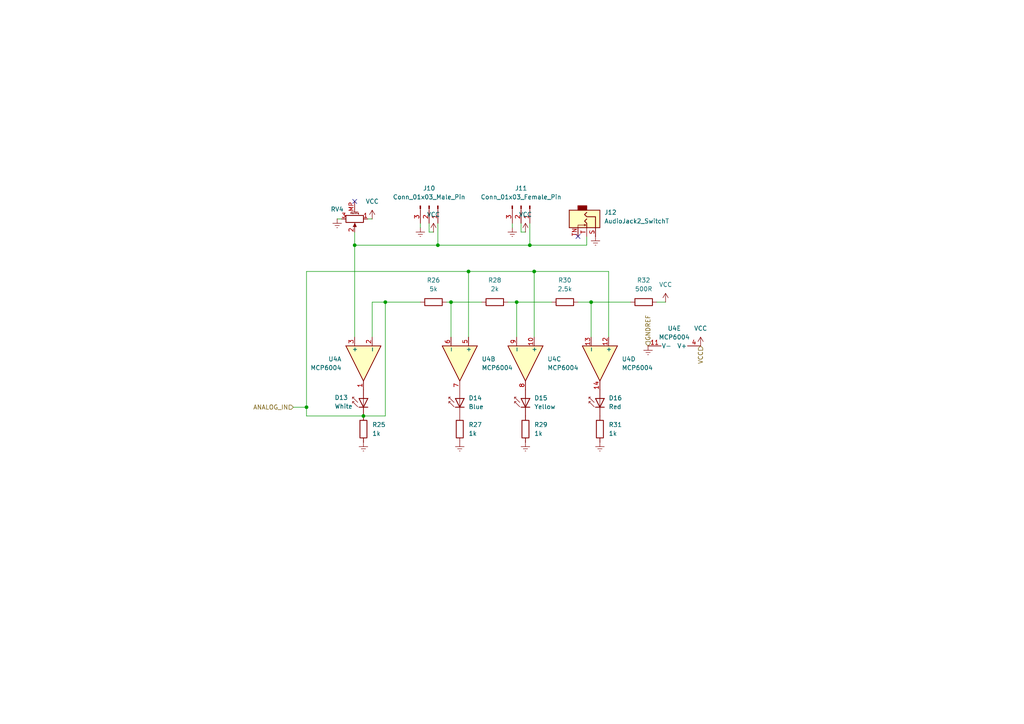
<source format=kicad_sch>
(kicad_sch (version 20231120) (generator "eeschema") (generator_version "8.0")
  (paper "A4")
  (lib_symbols
    (symbol "Amplifier_Operational:MCP6004" (pin_names (offset 0.127))
      (property "Reference" "U" (at 0 5.08 0))
      (property "Value" "MCP6004" (at 0 -5.08 0))
      (symbol "MCP6004_1_1"
        (polyline (pts (xy -5.08 5.08) (xy 5.08 0) (xy -5.08 -5.08) (xy -5.08 5.08)) (stroke (width 0.254)) (fill (type background)))
        (pin output line (at 7.62 0 180) (length 2.54) (name "~") (number "1"))
        (pin input line (at -7.62 -2.54 0) (length 2.54) (name "-") (number "2"))
        (pin input line (at -7.62 2.54 0) (length 2.54) (name "+") (number "3"))
      )
      (symbol "MCP6004_2_1"
        (polyline (pts (xy -5.08 5.08) (xy 5.08 0) (xy -5.08 -5.08) (xy -5.08 5.08)) (stroke (width 0.254)) (fill (type background)))
        (pin input line (at -7.62 2.54 0) (length 2.54) (name "+") (number "5"))
        (pin input line (at -7.62 -2.54 0) (length 2.54) (name "-") (number "6"))
        (pin output line (at 7.62 0 180) (length 2.54) (name "~") (number "7"))
      )
      (symbol "MCP6004_3_1"
        (polyline (pts (xy -5.08 5.08) (xy 5.08 0) (xy -5.08 -5.08) (xy -5.08 5.08)) (stroke (width 0.254)) (fill (type background)))
        (pin input line (at -7.62 2.54 0) (length 2.54) (name "+") (number "10"))
        (pin output line (at 7.62 0 180) (length 2.54) (name "~") (number "8"))
        (pin input line (at -7.62 -2.54 0) (length 2.54) (name "-") (number "9"))
      )
      (symbol "MCP6004_4_1"
        (polyline (pts (xy -5.08 5.08) (xy 5.08 0) (xy -5.08 -5.08) (xy -5.08 5.08)) (stroke (width 0.254)) (fill (type background)))
        (pin input line (at -7.62 2.54 0) (length 2.54) (name "+") (number "12"))
        (pin input line (at -7.62 -2.54 0) (length 2.54) (name "-") (number "13"))
        (pin output line (at 7.62 0 180) (length 2.54) (name "~") (number "14"))
      )
      (symbol "MCP6004_5_1"
        (pin power_in line (at -2.54 -7.62 90) (length 3.81) (name "V-") (number "11"))
        (pin power_in line (at -2.54 7.62 270) (length 3.81) (name "V+") (number "4"))
      )
    )
    (symbol "Connector:Conn_01x03_Pin" (pin_names (offset 1.016) hide)
      (property "Reference" "J" (at 0 5.08 0))
      (property "Value" "Conn_01x03_Pin" (at 0 -5.08 0))
      (symbol "Conn_01x03_Pin_1_1"
        (polyline (pts (xy 1.27 -2.54) (xy 0.8636 -2.54)) (stroke (width 0.1524)))
        (polyline (pts (xy 1.27 0) (xy 0.8636 0)) (stroke (width 0.1524)))
        (polyline (pts (xy 1.27 2.54) (xy 0.8636 2.54)) (stroke (width 0.1524)))
        (rectangle (start 0.8636 -2.413) (end 0 -2.667) (stroke (width 0.1524)) (fill (type outline)))
        (rectangle (start 0.8636 0.127) (end 0 -0.127) (stroke (width 0.1524)) (fill (type outline)))
        (rectangle (start 0.8636 2.667) (end 0 2.413) (stroke (width 0.1524)) (fill (type outline)))
        (pin passive line (at 5.08 2.54 180) (length 3.81) (name "Pin_1") (number "1"))
        (pin passive line (at 5.08 0 180) (length 3.81) (name "Pin_2") (number "2"))
        (pin passive line (at 5.08 -2.54 180) (length 3.81) (name "Pin_3") (number "3"))
      )
    )
    (symbol "Connector_Audio:AudioJack2_SwitchT"
      (property "Reference" "J" (at 0 8.89 0))
      (property "Value" "AudioJack2_SwitchT" (at 0 6.35 0))
      (symbol "AudioJack2_SwitchT_0_1"
        (rectangle (start -2.54 0) (end -3.81 -2.54) (stroke (width 0.254)) (fill (type outline)))
        (polyline (pts (xy 1.778 -0.254) (xy 2.032 -0.762)))
        (polyline (pts (xy 0 0) (xy 0.635 -0.635) (xy 1.27 0) (xy 2.54 0)) (stroke (width 0.254)))
        (polyline (pts (xy 2.54 -2.54) (xy 1.778 -2.54) (xy 1.778 -0.254) (xy 1.524 -0.762)))
        (polyline (pts (xy 2.54 2.54) (xy -0.635 2.54) (xy -0.635 0) (xy -1.27 -0.635) (xy -1.905 0)) (stroke (width 0.254)))
        (rectangle (start 2.54 3.81) (end -2.54 -5.08) (stroke (width 0.254)) (fill (type background)))
      )
      (symbol "AudioJack2_SwitchT_1_1"
        (pin passive line (at 5.08 2.54 180) (length 2.54) (name "~") (number "S"))
        (pin passive line (at 5.08 0 180) (length 2.54) (name "~") (number "T"))
        (pin passive line (at 5.08 -2.54 180) (length 2.54) (name "~") (number "TN"))
      )
    )
    (symbol "Device:R" (pin_numbers hide) (pin_names (offset 0))
      (property "Reference" "R" (at 2.032 0 90))
      (property "Value" "R" (at 0 0 90))
      (symbol "R_0_1"
        (rectangle (start -1.016 -2.54) (end 1.016 2.54) (stroke (width 0.254)))
      )
      (symbol "R_1_1"
        (pin passive line (at 0 3.81 270) (length 1.27) (name "~") (number "1"))
        (pin passive line (at 0 -3.81 90) (length 1.27) (name "~") (number "2"))
      )
    )
    (symbol "Device:R_Potentiometer_MountingPin" (pin_names (offset 1.016) hide)
      (property "Reference" "RV" (at -8.255 0 90))
      (property "Value" "R_Potentiometer_MountingPin" (at -6.35 0 90))
      (symbol "R_Potentiometer_MountingPin_0_1"
        (polyline (pts (xy 2.54 0) (xy 1.524 0)))
        (polyline (pts (xy 1.143 0) (xy 2.286 0.508) (xy 2.286 -0.508)) (fill (type outline)))
        (rectangle (start 1.016 2.54) (end -1.016 -2.54) (stroke (width 0.254)))
      )
      (symbol "R_Potentiometer_MountingPin_1_1"
        (polyline (pts (xy -2.032 1.016) (xy -2.032 -1.016)) (stroke (width 0.1524)))
        (text "Mounting" (at -1.651 0 900) (effects (font (size 0.381 0.381))))
        (pin passive line (at 0 3.81 270) (length 1.27) (name "1") (number "1"))
        (pin passive line (at 3.81 0 180) (length 1.27) (name "2") (number "2"))
        (pin passive line (at 0 -3.81 90) (length 1.27) (name "3") (number "3"))
        (pin passive line (at -5.08 0 0) (length 3.048) (name "MountPin") (number "MP"))
      )
    )
    (symbol "LED:IRL81A" (pin_numbers hide) (pin_names (offset 1.016) hide)
      (property "Reference" "D" (at 0.508 1.778 0))
      (property "Value" "IRL81A" (at -1.016 -2.794 0))
      (symbol "IRL81A_0_1"
        (polyline (pts (xy -2.54 0) (xy 0 0)))
        (polyline (pts (xy -2.54 1.27) (xy -2.54 -1.27)) (stroke (width 0.254)))
        (polyline (pts (xy 0.381 3.175) (xy -0.127 3.175)))
        (polyline (pts (xy -1.143 1.651) (xy 0.381 3.175) (xy 0.381 2.667)))
        (polyline (pts (xy 0 -1.27) (xy 0 1.27) (xy -2.54 0) (xy 0 -1.27)) (stroke (width 0.254)))
        (polyline (pts (xy -2.413 1.651) (xy -0.889 3.175) (xy -0.889 2.667) (xy -0.889 3.175) (xy -1.397 3.175)))
      )
      (symbol "IRL81A_1_1"
        (pin passive line (at -5.08 0 0) (length 2.54) (name "K") (number "1"))
        (pin passive line (at 2.54 0 180) (length 2.54) (name "A") (number "2"))
      )
    )
    (symbol "power:GNDREF" (power) (pin_numbers hide) (pin_names (offset 0) hide)
      (property "Value" "GNDREF" (at 0 -3.81 0))
      (symbol "GNDREF_0_1"
        (polyline (pts (xy -0.635 -1.905) (xy 0.635 -1.905)))
        (polyline (pts (xy -0.127 -2.54) (xy 0.127 -2.54)))
        (polyline (pts (xy 0 -1.27) (xy 0 0)))
        (polyline (pts (xy 1.27 -1.27) (xy -1.27 -1.27)))
      )
      (symbol "GNDREF_1_1"
        (pin power_in line (at 0 0 270) (length 0) (name "~") (number "1"))
      )
    )
    (symbol "power:VCC" (power) (pin_numbers hide) (pin_names (offset 0) hide)
      (property "Value" "VCC" (at 0 3.556 0))
      (symbol "VCC_0_1"
        (polyline (pts (xy -0.762 1.27) (xy 0 2.54)))
        (polyline (pts (xy 0 0) (xy 0 2.54)))
        (polyline (pts (xy 0 2.54) (xy 0.762 1.27)))
      )
      (symbol "VCC_1_1"
        (pin power_in line (at 0 0 90) (length 0) (name "~") (number "1"))
      )
    )
  )
  (junction (at 127 71.12))
  (junction (at 154.94 78.74))
  (junction (at 105.41 120.65))
  (junction (at 88.9 118.11))
  (junction (at 102.87 71.12))
  (junction (at 111.76 87.63))
  (junction (at 153.67 71.12))
  (junction (at 135.89 78.74))
  (junction (at 149.86 87.63))
  (junction (at 171.45 87.63))
  (junction (at 130.81 87.63))
  (no_connect (at 102.87 58.42))
  (no_connect (at 167.64 68.58))
  (wire (pts (xy 130.81 87.63) (xy 130.81 97.79)))
  (wire (pts (xy 124.46 64.77) (xy 124.46 67.31)))
  (wire (pts (xy 127 71.12) (xy 153.67 71.12)))
  (wire (pts (xy 129.54 87.63) (xy 130.81 87.63)))
  (wire (pts (xy 107.95 63.5) (xy 106.68 63.5)))
  (wire (pts (xy 171.45 87.63) (xy 167.64 87.63)))
  (wire (pts (xy 88.9 118.11) (xy 88.9 120.65)))
  (wire (pts (xy 135.89 78.74) (xy 154.94 78.74)))
  (wire (pts (xy 154.94 78.74) (xy 176.53 78.74)))
  (wire (pts (xy 85.09 118.11) (xy 88.9 118.11)))
  (wire (pts (xy 107.95 87.63) (xy 111.76 87.63)))
  (wire (pts (xy 97.79 63.5) (xy 99.06 63.5)))
  (wire (pts (xy 153.67 71.12) (xy 170.18 71.12)))
  (wire (pts (xy 154.94 78.74) (xy 154.94 97.79)))
  (wire (pts (xy 182.88 87.63) (xy 171.45 87.63)))
  (wire (pts (xy 152.4 67.31) (xy 151.13 67.31)))
  (wire (pts (xy 125.73 67.31) (xy 124.46 67.31)))
  (wire (pts (xy 105.41 120.65) (xy 111.76 120.65)))
  (wire (pts (xy 107.95 87.63) (xy 107.95 97.79)))
  (wire (pts (xy 176.53 78.74) (xy 176.53 97.79)))
  (wire (pts (xy 88.9 78.74) (xy 88.9 118.11)))
  (wire (pts (xy 147.32 87.63) (xy 149.86 87.63)))
  (wire (pts (xy 111.76 120.65) (xy 111.76 87.63)))
  (wire (pts (xy 149.86 87.63) (xy 160.02 87.63)))
  (wire (pts (xy 193.04 87.63) (xy 190.5 87.63)))
  (wire (pts (xy 102.87 67.31) (xy 102.87 71.12)))
  (wire (pts (xy 171.45 87.63) (xy 171.45 97.79)))
  (wire (pts (xy 88.9 78.74) (xy 135.89 78.74)))
  (wire (pts (xy 151.13 64.77) (xy 151.13 67.31)))
  (wire (pts (xy 153.67 64.77) (xy 153.67 71.12)))
  (wire (pts (xy 102.87 71.12) (xy 127 71.12)))
  (wire (pts (xy 127 64.77) (xy 127 71.12)))
  (wire (pts (xy 149.86 87.63) (xy 149.86 97.79)))
  (wire (pts (xy 130.81 87.63) (xy 139.7 87.63)))
  (wire (pts (xy 148.59 64.77) (xy 148.59 66.04)))
  (wire (pts (xy 170.18 71.12) (xy 170.18 68.58)))
  (wire (pts (xy 111.76 87.63) (xy 121.92 87.63)))
  (wire (pts (xy 135.89 78.74) (xy 135.89 97.79)))
  (wire (pts (xy 121.92 64.77) (xy 121.92 66.04)))
  (wire (pts (xy 102.87 71.12) (xy 102.87 97.79)))
  (wire (pts (xy 88.9 120.65) (xy 105.41 120.65)))
  (hierarchical_label "GNDREF" (shape input) (at 187.96 100.33 90))
  (hierarchical_label "ANALOG_IN" (shape input) (at 85.09 118.11 180))
  (hierarchical_label "VCC" (shape input) (at 203.2 100.33 270))
  (symbol (lib_id "Connector:Conn_01x03_Pin") (at 151.13 59.69 270) (unit 1)
    (property "Reference" "J8" (at 151.13 54.61 90))
    (property "Value" "Conn_01x03_Female_Pin" (at 151.13 57.15 90))
    (property "Footprint" "Connector_PinSocket_2.54mm:PinSocket_1x03_P2.54mm_Vertical" (effects (hide yes)))
    (property "Description" "Generic connector, single row, 01x03, script generated" (effects (hide yes)))
    (instances (project "Oblque Easel Full Circuit" (path "" (reference "J11") (unit 1)) (path "" (reference "J5") (unit 1)) (path "" (reference "J23") (unit 1)) (path "" (reference "J20") (unit 1)) (path "" (reference "J17") (unit 1)) (path "" (reference "J8") (unit 1)) (path "" (reference "J2") (unit 1)) (path "" (reference "J14") (unit 1))))
  )
  (symbol (lib_id "Connector:Conn_01x03_Pin") (at 124.46 59.69 270) (unit 1)
    (property "Reference" "J7" (at 124.46 54.61 90))
    (property "Value" "Conn_01x03_Male_Pin" (at 124.46 57.15 90))
    (property "Footprint" "Connector_PinHeader_2.54mm:PinHeader_1x03_P2.54mm_Vertical" (effects (hide yes)))
    (property "Description" "Generic connector, single row, 01x03, script generated" (effects (hide yes)))
    (instances (project "Oblque Easel Full Circuit" (path "" (reference "J10") (unit 1)) (path "" (reference "J4") (unit 1)) (path "" (reference "J22") (unit 1)) (path "" (reference "J19") (unit 1)) (path "" (reference "J16") (unit 1)) (path "" (reference "J7") (unit 1)) (path "" (reference "J1") (unit 1)) (path "" (reference "J13") (unit 1))))
  )
  (symbol (lib_id "power:GNDREF") (at 105.41 128.27 0) (unit 1)
    (property "Reference" "#PWR030" (effects (hide yes)))
    (property "Value" "GNDREF" (effects (hide yes)))
    (property "Description" "Power symbol creates a global label with name \"GNDREF\" , reference supply ground" (effects (hide yes)))
    (instances (project "Oblque Easel Full Circuit" (path "" (reference "#PWR044") (unit 1)) (path "" (reference "#PWR016") (unit 1)) (path "" (reference "#PWR0100") (unit 1)) (path "" (reference "#PWR086") (unit 1)) (path "" (reference "#PWR072") (unit 1)) (path "" (reference "#PWR030") (unit 1)) (path "" (reference "#PWR02") (unit 1)) (path "" (reference "#PWR058") (unit 1))))
  )
  (symbol (lib_id "power:GNDREF") (at 121.92 66.04 0) (unit 1)
    (property "Reference" "#PWR032" (effects (hide yes)))
    (property "Value" "GNDREF" (effects (hide yes)))
    (property "Description" "Power symbol creates a global label with name \"GNDREF\" , reference supply ground" (effects (hide yes)))
    (instances (project "Oblque Easel Full Circuit" (path "" (reference "#PWR046") (unit 1)) (path "" (reference "#PWR018") (unit 1)) (path "" (reference "#PWR0102") (unit 1)) (path "" (reference "#PWR088") (unit 1)) (path "" (reference "#PWR074") (unit 1)) (path "" (reference "#PWR032") (unit 1)) (path "" (reference "#PWR04") (unit 1)) (path "" (reference "#PWR060") (unit 1))))
  )
  (symbol (lib_id "power:GNDREF") (at 97.79 63.5 0) (unit 1)
    (property "Reference" "#PWR029" (effects (hide yes)))
    (property "Value" "GNDREF" (effects (hide yes)))
    (property "Description" "Power symbol creates a global label with name \"GNDREF\" , reference supply ground" (effects (hide yes)))
    (instances (project "Oblque Easel Full Circuit" (path "" (reference "#PWR043") (unit 1)) (path "" (reference "#PWR015") (unit 1)) (path "" (reference "#PWR099") (unit 1)) (path "" (reference "#PWR085") (unit 1)) (path "" (reference "#PWR071") (unit 1)) (path "" (reference "#PWR029") (unit 1)) (path "" (reference "#PWR01") (unit 1)) (path "" (reference "#PWR057") (unit 1))))
  )
  (symbol (lib_id "Device:R") (at 173.99 124.46 0) (unit 1)
    (property "Reference" "R23" (at 176.53 123.1899 0) (effects (justify left)))
    (property "Value" "1k" (at 176.53 125.7299 0) (effects (justify left)))
    (property "Footprint" "Resistor_THT:R_Axial_DIN0207_L6.3mm_D2.5mm_P2.54mm_Vertical" (effects (hide yes)))
    (property "Description" "Resistor" (effects (hide yes)))
    (instances (project "Oblque Easel Full Circuit" (path "" (reference "R31") (unit 1)) (path "" (reference "R15") (unit 1)) (path "" (reference "R63") (unit 1)) (path "" (reference "R55") (unit 1)) (path "" (reference "R47") (unit 1)) (path "" (reference "R23") (unit 1)) (path "" (reference "R7") (unit 1)) (path "" (reference "R39") (unit 1))))
  )
  (symbol (lib_id "Amplifier_Operational:MCP6004") (at 195.58 102.87 270) (unit 5)
    (property "Reference" "U3" (at 195.58 95.25 90))
    (property "Value" "MCP6004" (at 195.58 97.79 90))
    (property "Footprint" "Package_DIP:DIP-14_W7.62mm_Socket_LongPads" (effects (hide yes)))
    (property "Datasheet" "http://ww1.microchip.com/downloads/en/DeviceDoc/21733j.pdf" (effects (hide yes)))
    (property "Description" "1MHz, Low-Power Op Amp, DIP-14/SOIC-14/TSSOP-14" (effects (hide yes)))
    (instances (project "Oblque Easel Full Circuit" (path "" (reference "U4") (unit 5)) (path "" (reference "U2") (unit 5)) (path "" (reference "U8") (unit 5)) (path "" (reference "U7") (unit 5)) (path "" (reference "U6") (unit 5)) (path "" (reference "U3") (unit 5)) (path "" (reference "U1") (unit 5)) (path "" (reference "U5") (unit 5))))
  )
  (symbol (lib_id "Amplifier_Operational:MCP6004") (at 105.41 105.41 90) (mirror x) (unit 1)
    (property "Reference" "U3" (at 99.06 104.1399 90) (effects (justify left)))
    (property "Value" "MCP6004" (at 99.06 106.6799 90) (effects (justify left)))
    (property "Footprint" "Package_DIP:DIP-14_W7.62mm_Socket_LongPads" (effects (hide yes)))
    (property "Datasheet" "http://ww1.microchip.com/downloads/en/DeviceDoc/21733j.pdf" (effects (hide yes)))
    (property "Description" "1MHz, Low-Power Op Amp, DIP-14/SOIC-14/TSSOP-14" (effects (hide yes)))
    (instances (project "Oblque Easel Full Circuit" (path "" (reference "U4") (unit 1)) (path "" (reference "U2") (unit 1)) (path "" (reference "U8") (unit 1)) (path "" (reference "U7") (unit 1)) (path "" (reference "U6") (unit 1)) (path "" (reference "U3") (unit 1)) (path "" (reference "U1") (unit 1)) (path "" (reference "U5") (unit 1))))
  )
  (symbol (lib_id "power:VCC") (at 193.04 87.63 0) (unit 1)
    (property "Reference" "#PWR041" (effects (hide yes)))
    (property "Value" "VCC" (at 193.04 82.55 0))
    (property "Description" "Power symbol creates a global label with name \"VCC\"" (effects (hide yes)))
    (instances (project "Oblque Easel Full Circuit" (path "" (reference "#PWR055") (unit 1)) (path "" (reference "#PWR027") (unit 1)) (path "" (reference "#PWR0111") (unit 1)) (path "" (reference "#PWR097") (unit 1)) (path "" (reference "#PWR083") (unit 1)) (path "" (reference "#PWR041") (unit 1)) (path "" (reference "#PWR013") (unit 1)) (path "" (reference "#PWR069") (unit 1))))
  )
  (symbol (lib_id "power:GNDREF") (at 133.35 128.27 0) (unit 1)
    (property "Reference" "#PWR034" (effects (hide yes)))
    (property "Value" "GNDREF" (effects (hide yes)))
    (property "Description" "Power symbol creates a global label with name \"GNDREF\" , reference supply ground" (effects (hide yes)))
    (instances (project "Oblque Easel Full Circuit" (path "" (reference "#PWR048") (unit 1)) (path "" (reference "#PWR020") (unit 1)) (path "" (reference "#PWR0104") (unit 1)) (path "" (reference "#PWR090") (unit 1)) (path "" (reference "#PWR076") (unit 1)) (path "" (reference "#PWR034") (unit 1)) (path "" (reference "#PWR06") (unit 1)) (path "" (reference "#PWR062") (unit 1))))
  )
  (symbol (lib_id "Amplifier_Operational:MCP6004") (at 152.4 105.41 270) (unit 3)
    (property "Reference" "U3" (at 158.75 104.1399 90) (effects (justify left)))
    (property "Value" "MCP6004" (at 158.75 106.6799 90) (effects (justify left)))
    (property "Footprint" "Package_DIP:DIP-14_W7.62mm_Socket_LongPads" (effects (hide yes)))
    (property "Datasheet" "http://ww1.microchip.com/downloads/en/DeviceDoc/21733j.pdf" (effects (hide yes)))
    (property "Description" "1MHz, Low-Power Op Amp, DIP-14/SOIC-14/TSSOP-14" (effects (hide yes)))
    (instances (project "Oblque Easel Full Circuit" (path "" (reference "U4") (unit 3)) (path "" (reference "U2") (unit 3)) (path "" (reference "U8") (unit 3)) (path "" (reference "U7") (unit 3)) (path "" (reference "U6") (unit 3)) (path "" (reference "U3") (unit 3)) (path "" (reference "U1") (unit 3)) (path "" (reference "U5") (unit 3))))
  )
  (symbol (lib_id "power:VCC") (at 152.4 67.31 0) (unit 1)
    (property "Reference" "#PWR036" (effects (hide yes)))
    (property "Value" "VCC" (at 152.4 62.23 0))
    (property "Description" "Power symbol creates a global label with name \"VCC\"" (effects (hide yes)))
    (instances (project "Oblque Easel Full Circuit" (path "" (reference "#PWR050") (unit 1)) (path "" (reference "#PWR022") (unit 1)) (path "" (reference "#PWR0106") (unit 1)) (path "" (reference "#PWR092") (unit 1)) (path "" (reference "#PWR078") (unit 1)) (path "" (reference "#PWR036") (unit 1)) (path "" (reference "#PWR08") (unit 1)) (path "" (reference "#PWR064") (unit 1))))
  )
  (symbol (lib_id "power:GNDREF") (at 172.72 68.58 0) (unit 1)
    (property "Reference" "#PWR038" (effects (hide yes)))
    (property "Value" "GNDREF" (effects (hide yes)))
    (property "Description" "Power symbol creates a global label with name \"GNDREF\" , reference supply ground" (effects (hide yes)))
    (instances (project "Oblque Easel Full Circuit" (path "" (reference "#PWR052") (unit 1)) (path "" (reference "#PWR024") (unit 1)) (path "" (reference "#PWR0108") (unit 1)) (path "" (reference "#PWR094") (unit 1)) (path "" (reference "#PWR080") (unit 1)) (path "" (reference "#PWR038") (unit 1)) (path "" (reference "#PWR010") (unit 1)) (path "" (reference "#PWR066") (unit 1))))
  )
  (symbol (lib_id "power:VCC") (at 203.2 100.33 0) (unit 1)
    (property "Reference" "#PWR042" (effects (hide yes)))
    (property "Value" "VCC" (at 203.2 95.25 0))
    (property "Description" "Power symbol creates a global label with name \"VCC\"" (effects (hide yes)))
    (instances (project "Oblque Easel Full Circuit" (path "" (reference "#PWR056") (unit 1)) (path "" (reference "#PWR028") (unit 1)) (path "" (reference "#PWR0112") (unit 1)) (path "" (reference "#PWR098") (unit 1)) (path "" (reference "#PWR084") (unit 1)) (path "" (reference "#PWR042") (unit 1)) (path "" (reference "#PWR014") (unit 1)) (path "" (reference "#PWR070") (unit 1))))
  )
  (symbol (lib_id "Amplifier_Operational:MCP6004") (at 133.35 105.41 270) (unit 2)
    (property "Reference" "U3" (at 139.7 104.1399 90) (effects (justify left)))
    (property "Value" "MCP6004" (at 139.7 106.6799 90) (effects (justify left)))
    (property "Footprint" "Package_DIP:DIP-14_W7.62mm_Socket_LongPads" (effects (hide yes)))
    (property "Datasheet" "http://ww1.microchip.com/downloads/en/DeviceDoc/21733j.pdf" (effects (hide yes)))
    (property "Description" "1MHz, Low-Power Op Amp, DIP-14/SOIC-14/TSSOP-14" (effects (hide yes)))
    (instances (project "Oblque Easel Full Circuit" (path "" (reference "U4") (unit 2)) (path "" (reference "U2") (unit 2)) (path "" (reference "U8") (unit 2)) (path "" (reference "U7") (unit 2)) (path "" (reference "U6") (unit 2)) (path "" (reference "U3") (unit 2)) (path "" (reference "U1") (unit 2)) (path "" (reference "U5") (unit 2))))
  )
  (symbol (lib_id "power:GNDREF") (at 173.99 128.27 0) (unit 1)
    (property "Reference" "#PWR039" (effects (hide yes)))
    (property "Value" "GNDREF" (effects (hide yes)))
    (property "Description" "Power symbol creates a global label with name \"GNDREF\" , reference supply ground" (effects (hide yes)))
    (instances (project "Oblque Easel Full Circuit" (path "" (reference "#PWR053") (unit 1)) (path "" (reference "#PWR025") (unit 1)) (path "" (reference "#PWR0109") (unit 1)) (path "" (reference "#PWR095") (unit 1)) (path "" (reference "#PWR081") (unit 1)) (path "" (reference "#PWR039") (unit 1)) (path "" (reference "#PWR011") (unit 1)) (path "" (reference "#PWR067") (unit 1))))
  )
  (symbol (lib_id "power:VCC") (at 107.95 63.5 0) (unit 1)
    (property "Reference" "#PWR031" (effects (hide yes)))
    (property "Value" "VCC" (at 107.95 58.42 0))
    (property "Description" "Power symbol creates a global label with name \"VCC\"" (effects (hide yes)))
    (instances (project "Oblque Easel Full Circuit" (path "" (reference "#PWR045") (unit 1)) (path "" (reference "#PWR017") (unit 1)) (path "" (reference "#PWR0101") (unit 1)) (path "" (reference "#PWR087") (unit 1)) (path "" (reference "#PWR073") (unit 1)) (path "" (reference "#PWR031") (unit 1)) (path "" (reference "#PWR03") (unit 1)) (path "" (reference "#PWR059") (unit 1))))
  )
  (symbol (lib_id "LED:IRL81A") (at 133.35 115.57 90) (unit 1)
    (property "Reference" "D10" (at 135.89 115.4429 90) (effects (justify right)))
    (property "Value" "Blue" (at 135.89 117.9829 90) (effects (justify right)))
    (property "Footprint" "LED_THT:LED_SideEmitter_Rectangular_W4.5mm_H1.6mm" (effects (hide yes)))
    (property "Datasheet" "http://www.osram-os.com/Graphics/XPic0/00203825_0.pdf" (effects (hide yes)))
    (property "Description" "850nm High Power Infrared Emitter, Side-Emitter package" (effects (hide yes)))
    (instances (project "Oblque Easel Full Circuit" (path "" (reference "D14") (unit 1)) (path "" (reference "D6") (unit 1)) (path "" (reference "D30") (unit 1)) (path "" (reference "D26") (unit 1)) (path "" (reference "D22") (unit 1)) (path "" (reference "D10") (unit 1)) (path "" (reference "D2") (unit 1)) (path "" (reference "D18") (unit 1))))
  )
  (symbol (lib_id "Device:R") (at 133.35 124.46 0) (unit 1)
    (property "Reference" "R19" (at 135.89 123.1899 0) (effects (justify left)))
    (property "Value" "1k" (at 135.89 125.7299 0) (effects (justify left)))
    (property "Footprint" "Resistor_THT:R_Axial_DIN0207_L6.3mm_D2.5mm_P2.54mm_Vertical" (effects (hide yes)))
    (property "Description" "Resistor" (effects (hide yes)))
    (instances (project "Oblque Easel Full Circuit" (path "" (reference "R27") (unit 1)) (path "" (reference "R11") (unit 1)) (path "" (reference "R59") (unit 1)) (path "" (reference "R51") (unit 1)) (path "" (reference "R43") (unit 1)) (path "" (reference "R19") (unit 1)) (path "" (reference "R3") (unit 1)) (path "" (reference "R35") (unit 1))))
  )
  (symbol (lib_id "Amplifier_Operational:MCP6004") (at 173.99 105.41 270) (unit 4)
    (property "Reference" "U3" (at 180.34 104.1399 90) (effects (justify left)))
    (property "Value" "MCP6004" (at 180.34 106.6799 90) (effects (justify left)))
    (property "Footprint" "Package_DIP:DIP-14_W7.62mm_Socket_LongPads" (effects (hide yes)))
    (property "Datasheet" "http://ww1.microchip.com/downloads/en/DeviceDoc/21733j.pdf" (effects (hide yes)))
    (property "Description" "1MHz, Low-Power Op Amp, DIP-14/SOIC-14/TSSOP-14" (effects (hide yes)))
    (instances (project "Oblque Easel Full Circuit" (path "" (reference "U4") (unit 4)) (path "" (reference "U2") (unit 4)) (path "" (reference "U8") (unit 4)) (path "" (reference "U7") (unit 4)) (path "" (reference "U6") (unit 4)) (path "" (reference "U3") (unit 4)) (path "" (reference "U1") (unit 4)) (path "" (reference "U5") (unit 4))))
  )
  (symbol (lib_id "power:GNDREF") (at 187.96 100.33 0) (unit 1)
    (property "Reference" "#PWR040" (effects (hide yes)))
    (property "Value" "GNDREF" (effects (hide yes)))
    (property "Description" "Power symbol creates a global label with name \"GNDREF\" , reference supply ground" (effects (hide yes)))
    (instances (project "Oblque Easel Full Circuit" (path "" (reference "#PWR054") (unit 1)) (path "" (reference "#PWR026") (unit 1)) (path "" (reference "#PWR0110") (unit 1)) (path "" (reference "#PWR096") (unit 1)) (path "" (reference "#PWR082") (unit 1)) (path "" (reference "#PWR040") (unit 1)) (path "" (reference "#PWR012") (unit 1)) (path "" (reference "#PWR068") (unit 1))))
  )
  (symbol (lib_id "Device:R") (at 125.73 87.63 90) (unit 1)
    (property "Reference" "R18" (at 125.73 81.28 90))
    (property "Value" "5k" (at 125.73 83.82 90))
    (property "Footprint" "Resistor_THT:R_Axial_DIN0207_L6.3mm_D2.5mm_P2.54mm_Vertical" (effects (hide yes)))
    (property "Description" "Resistor" (effects (hide yes)))
    (instances (project "Oblque Easel Full Circuit" (path "" (reference "R26") (unit 1)) (path "" (reference "R10") (unit 1)) (path "" (reference "R58") (unit 1)) (path "" (reference "R50") (unit 1)) (path "" (reference "R42") (unit 1)) (path "" (reference "R18") (unit 1)) (path "" (reference "R2") (unit 1)) (path "" (reference "R34") (unit 1))))
  )
  (symbol (lib_id "Device:R") (at 152.4 124.46 0) (unit 1)
    (property "Reference" "R21" (at 154.94 123.1899 0) (effects (justify left)))
    (property "Value" "1k" (at 154.94 125.7299 0) (effects (justify left)))
    (property "Footprint" "Resistor_THT:R_Axial_DIN0207_L6.3mm_D2.5mm_P2.54mm_Vertical" (effects (hide yes)))
    (property "Description" "Resistor" (effects (hide yes)))
    (instances (project "Oblque Easel Full Circuit" (path "" (reference "R29") (unit 1)) (path "" (reference "R13") (unit 1)) (path "" (reference "R61") (unit 1)) (path "" (reference "R53") (unit 1)) (path "" (reference "R45") (unit 1)) (path "" (reference "R21") (unit 1)) (path "" (reference "R5") (unit 1)) (path "" (reference "R37") (unit 1))))
  )
  (symbol (lib_id "LED:IRL81A") (at 105.41 115.57 90) (unit 1)
    (property "Reference" "D9" (at 97.028 115.316 90) (effects (justify right)))
    (property "Value" "White" (at 97.028 117.856 90) (effects (justify right)))
    (property "Footprint" "LED_THT:LED_SideEmitter_Rectangular_W4.5mm_H1.6mm" (effects (hide yes)))
    (property "Datasheet" "http://www.osram-os.com/Graphics/XPic0/00203825_0.pdf" (effects (hide yes)))
    (property "Description" "850nm High Power Infrared Emitter, Side-Emitter package" (effects (hide yes)))
    (instances (project "Oblque Easel Full Circuit" (path "" (reference "D13") (unit 1)) (path "" (reference "D5") (unit 1)) (path "" (reference "D29") (unit 1)) (path "" (reference "D25") (unit 1)) (path "" (reference "D21") (unit 1)) (path "" (reference "D9") (unit 1)) (path "" (reference "D1") (unit 1)) (path "" (reference "D17") (unit 1))))
  )
  (symbol (lib_id "Device:R") (at 163.83 87.63 90) (unit 1)
    (property "Reference" "R22" (at 163.83 81.28 90))
    (property "Value" "2.5k" (at 163.83 83.82 90))
    (property "Footprint" "Resistor_THT:R_Axial_DIN0207_L6.3mm_D2.5mm_P2.54mm_Vertical" (effects (hide yes)))
    (property "Description" "Resistor" (effects (hide yes)))
    (instances (project "Oblque Easel Full Circuit" (path "" (reference "R30") (unit 1)) (path "" (reference "R14") (unit 1)) (path "" (reference "R62") (unit 1)) (path "" (reference "R54") (unit 1)) (path "" (reference "R46") (unit 1)) (path "" (reference "R22") (unit 1)) (path "" (reference "R6") (unit 1)) (path "" (reference "R38") (unit 1))))
  )
  (symbol (lib_id "Device:R") (at 105.41 124.46 0) (unit 1)
    (property "Reference" "R17" (at 107.95 123.1899 0) (effects (justify left)))
    (property "Value" "1k" (at 107.95 125.7299 0) (effects (justify left)))
    (property "Footprint" "Resistor_THT:R_Axial_DIN0207_L6.3mm_D2.5mm_P2.54mm_Vertical" (effects (hide yes)))
    (property "Description" "Resistor" (effects (hide yes)))
    (instances (project "Oblque Easel Full Circuit" (path "" (reference "R25") (unit 1)) (path "" (reference "R9") (unit 1)) (path "" (reference "R57") (unit 1)) (path "" (reference "R49") (unit 1)) (path "" (reference "R41") (unit 1)) (path "" (reference "R17") (unit 1)) (path "" (reference "R1") (unit 1)) (path "" (reference "R33") (unit 1))))
  )
  (symbol (lib_id "LED:IRL81A") (at 152.4 115.57 90) (unit 1)
    (property "Reference" "D11" (at 154.94 115.4429 90) (effects (justify right)))
    (property "Value" "Yellow" (at 154.94 117.9829 90) (effects (justify right)))
    (property "Footprint" "LED_THT:LED_SideEmitter_Rectangular_W4.5mm_H1.6mm" (effects (hide yes)))
    (property "Datasheet" "http://www.osram-os.com/Graphics/XPic0/00203825_0.pdf" (effects (hide yes)))
    (property "Description" "850nm High Power Infrared Emitter, Side-Emitter package" (effects (hide yes)))
    (instances (project "Oblque Easel Full Circuit" (path "" (reference "D15") (unit 1)) (path "" (reference "D7") (unit 1)) (path "" (reference "D31") (unit 1)) (path "" (reference "D27") (unit 1)) (path "" (reference "D23") (unit 1)) (path "" (reference "D11") (unit 1)) (path "" (reference "D3") (unit 1)) (path "" (reference "D19") (unit 1))))
  )
  (symbol (lib_id "Device:R") (at 186.69 87.63 90) (unit 1)
    (property "Reference" "R24" (at 186.69 81.28 90))
    (property "Value" "500R" (at 186.69 83.82 90))
    (property "Footprint" "Resistor_THT:R_Axial_DIN0207_L6.3mm_D2.5mm_P2.54mm_Vertical" (effects (hide yes)))
    (property "Description" "Resistor" (effects (hide yes)))
    (instances (project "Oblque Easel Full Circuit" (path "" (reference "R32") (unit 1)) (path "" (reference "R16") (unit 1)) (path "" (reference "R64") (unit 1)) (path "" (reference "R56") (unit 1)) (path "" (reference "R48") (unit 1)) (path "" (reference "R24") (unit 1)) (path "" (reference "R8") (unit 1)) (path "" (reference "R40") (unit 1))))
  )
  (symbol (lib_id "power:GNDREF") (at 152.4 128.27 0) (unit 1)
    (property "Reference" "#PWR037" (effects (hide yes)))
    (property "Value" "GNDREF" (effects (hide yes)))
    (property "Description" "Power symbol creates a global label with name \"GNDREF\" , reference supply ground" (effects (hide yes)))
    (instances (project "Oblque Easel Full Circuit" (path "" (reference "#PWR051") (unit 1)) (path "" (reference "#PWR023") (unit 1)) (path "" (reference "#PWR0107") (unit 1)) (path "" (reference "#PWR093") (unit 1)) (path "" (reference "#PWR079") (unit 1)) (path "" (reference "#PWR037") (unit 1)) (path "" (reference "#PWR09") (unit 1)) (path "" (reference "#PWR065") (unit 1))))
  )
  (symbol (lib_id "Device:R_Potentiometer_MountingPin") (at 102.87 63.5 270) (unit 1)
    (property "Reference" "RV3" (at 97.79 60.706 90))
    (property "Value" "R_Potentiometer_MountingPin" (effects (hide yes)))
    (property "Footprint" "Potentiometer_THT:Potentiometer_Alps_RK09K_Single_Vertical" (effects (hide yes)))
    (property "Description" "Potentiometer with a mounting pin" (effects (hide yes)))
    (instances (project "Oblque Easel Full Circuit" (path "" (reference "RV4") (unit 1)) (path "" (reference "RV2") (unit 1)) (path "" (reference "RV8") (unit 1)) (path "" (reference "RV7") (unit 1)) (path "" (reference "RV6") (unit 1)) (path "" (reference "RV3") (unit 1)) (path "" (reference "RV1") (unit 1)) (path "" (reference "RV5") (unit 1))))
  )
  (symbol (lib_id "Connector_Audio:AudioJack2_SwitchT") (at 170.18 63.5 270) (unit 1)
    (property "Reference" "J9" (at 175.26 61.5949 90) (effects (justify left)))
    (property "Value" "AudioJack2_SwitchT" (at 175.26 64.1349 90) (effects (justify left)))
    (property "Footprint" "Connector_Audio:Jack_3.5mm_QingPu_WQP-PJ398SM_Vertical_CircularHoles" (effects (hide yes)))
    (property "Description" "Audio Jack, 2 Poles (Mono / TS), Switched T Pole (Normalling)" (effects (hide yes)))
    (instances (project "Oblque Easel Full Circuit" (path "" (reference "J12") (unit 1)) (path "" (reference "J6") (unit 1)) (path "" (reference "J24") (unit 1)) (path "" (reference "J21") (unit 1)) (path "" (reference "J18") (unit 1)) (path "" (reference "J9") (unit 1)) (path "" (reference "J3") (unit 1)) (path "" (reference "J15") (unit 1))))
  )
  (symbol (lib_id "LED:IRL81A") (at 173.99 115.57 90) (unit 1)
    (property "Reference" "D12" (at 176.53 115.4429 90) (effects (justify right)))
    (property "Value" "Red" (at 176.53 117.9829 90) (effects (justify right)))
    (property "Footprint" "LED_THT:LED_SideEmitter_Rectangular_W4.5mm_H1.6mm" (effects (hide yes)))
    (property "Datasheet" "http://www.osram-os.com/Graphics/XPic0/00203825_0.pdf" (effects (hide yes)))
    (property "Description" "850nm High Power Infrared Emitter, Side-Emitter package" (effects (hide yes)))
    (instances (project "Oblque Easel Full Circuit" (path "" (reference "D16") (unit 1)) (path "" (reference "D8") (unit 1)) (path "" (reference "D32") (unit 1)) (path "" (reference "D28") (unit 1)) (path "" (reference "D24") (unit 1)) (path "" (reference "D12") (unit 1)) (path "" (reference "D4") (unit 1)) (path "" (reference "D20") (unit 1))))
  )
  (symbol (lib_id "power:VCC") (at 125.73 67.31 0) (unit 1)
    (property "Reference" "#PWR033" (effects (hide yes)))
    (property "Value" "VCC" (at 125.73 62.23 0))
    (property "Description" "Power symbol creates a global label with name \"VCC\"" (effects (hide yes)))
    (instances (project "Oblque Easel Full Circuit" (path "" (reference "#PWR047") (unit 1)) (path "" (reference "#PWR019") (unit 1)) (path "" (reference "#PWR0103") (unit 1)) (path "" (reference "#PWR089") (unit 1)) (path "" (reference "#PWR075") (unit 1)) (path "" (reference "#PWR033") (unit 1)) (path "" (reference "#PWR05") (unit 1)) (path "" (reference "#PWR061") (unit 1))))
  )
  (symbol (lib_id "Device:R") (at 143.51 87.63 90) (unit 1)
    (property "Reference" "R20" (at 143.51 81.28 90))
    (property "Value" "2k" (at 143.51 83.82 90))
    (property "Footprint" "Resistor_THT:R_Axial_DIN0207_L6.3mm_D2.5mm_P2.54mm_Vertical" (effects (hide yes)))
    (property "Description" "Resistor" (effects (hide yes)))
    (instances (project "Oblque Easel Full Circuit" (path "" (reference "R28") (unit 1)) (path "" (reference "R12") (unit 1)) (path "" (reference "R60") (unit 1)) (path "" (reference "R52") (unit 1)) (path "" (reference "R44") (unit 1)) (path "" (reference "R20") (unit 1)) (path "" (reference "R4") (unit 1)) (path "" (reference "R36") (unit 1))))
  )
  (symbol (lib_id "power:GNDREF") (at 148.59 66.04 0) (unit 1)
    (property "Reference" "#PWR035" (effects (hide yes)))
    (property "Value" "GNDREF" (effects (hide yes)))
    (property "Description" "Power symbol creates a global label with name \"GNDREF\" , reference supply ground" (effects (hide yes)))
    (instances (project "Oblque Easel Full Circuit" (path "" (reference "#PWR049") (unit 1)) (path "" (reference "#PWR021") (unit 1)) (path "" (reference "#PWR0105") (unit 1)) (path "" (reference "#PWR091") (unit 1)) (path "" (reference "#PWR077") (unit 1)) (path "" (reference "#PWR035") (unit 1)) (path "" (reference "#PWR07") (unit 1)) (path "" (reference "#PWR063") (unit 1))))
  )
)
</source>
